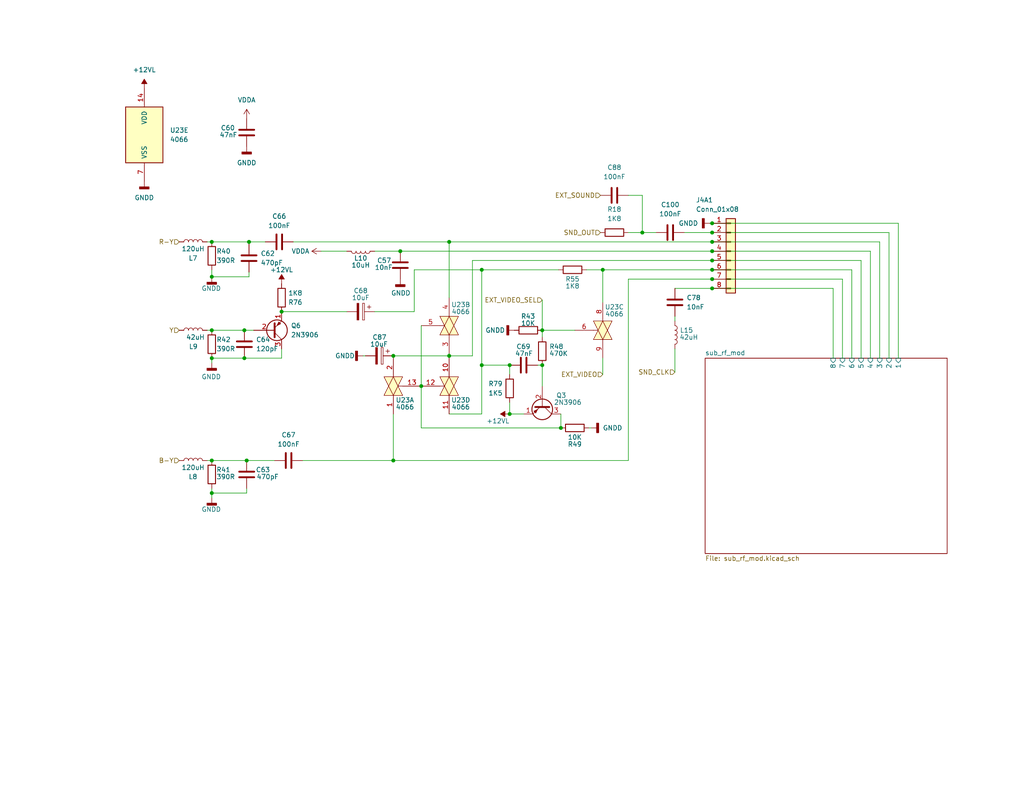
<source format=kicad_sch>
(kicad_sch (version 20211123) (generator eeschema)
  (paper "USLetter")
  (title_block (title "Reverse Engineer Colecovision") (date "2023-03-14") (rev "DEV") (company "sparkletron") (comment 1 "Jay Convertino") (comment 2 "MIT LICENSE"))
  (lib_symbols
    (symbol "4xxx:4066" (pin_names (offset 1.016))
      (property "Reference" "U" (at -7.62 8.89 0))
      (property "Value" "4066" (at -7.62 -8.89 0))
      (symbol "4066_1_0"
        (polyline (pts (xy 0 1.27) (xy 0 2.54)) (stroke (width 0.1524)))
        (polyline (pts (xy -2.54 0) (xy 2.54 2.54) (xy 2.54 -2.54) (xy -2.54 0)) (fill (type background)))
        (polyline (pts (xy -2.54 2.54) (xy 2.54 0) (xy -2.54 -2.54) (xy -2.54 2.54)) (fill (type background)))
        (pin passive line (at -7.62 0 0) (length 5.08) (name "~") (number "1"))
        (pin input line (at 0 7.62 270) (length 5.08) (name "~") (number "13"))
        (pin passive line (at 7.62 0 180) (length 5.08) (name "~") (number "2"))
      )
      (symbol "4066_2_0"
        (polyline (pts (xy 0 1.27) (xy 0 2.54)) (stroke (width 0.1524)))
        (polyline (pts (xy -2.54 0) (xy 2.54 2.54) (xy 2.54 -2.54) (xy -2.54 0)) (fill (type background)))
        (polyline (pts (xy -2.54 2.54) (xy 2.54 0) (xy -2.54 -2.54) (xy -2.54 2.54)) (fill (type background)))
        (pin passive line (at 7.62 0 180) (length 5.08) (name "~") (number "3"))
        (pin passive line (at -7.62 0 0) (length 5.08) (name "~") (number "4"))
        (pin input line (at 0 7.62 270) (length 5.08) (name "~") (number "5"))
      )
      (symbol "4066_3_0"
        (polyline (pts (xy 0 1.27) (xy 0 2.54)) (stroke (width 0.1524)))
        (polyline (pts (xy -2.54 0) (xy 2.54 2.54) (xy 2.54 -2.54) (xy -2.54 0)) (fill (type background)))
        (polyline (pts (xy -2.54 2.54) (xy 2.54 0) (xy -2.54 -2.54) (xy -2.54 2.54)) (fill (type background)))
        (pin input line (at 0 7.62 270) (length 5.08) (name "~") (number "6"))
        (pin passive line (at -7.62 0 0) (length 5.08) (name "~") (number "8"))
        (pin passive line (at 7.62 0 180) (length 5.08) (name "~") (number "9"))
      )
      (symbol "4066_4_0"
        (polyline (pts (xy 0 1.27) (xy 0 2.54)) (stroke (width 0.1524)))
        (polyline (pts (xy -2.54 0) (xy 2.54 2.54) (xy 2.54 -2.54) (xy -2.54 0)) (fill (type background)))
        (polyline (pts (xy -2.54 2.54) (xy 2.54 0) (xy -2.54 -2.54) (xy -2.54 2.54)) (fill (type background)))
        (pin passive line (at 7.62 0 180) (length 5.08) (name "~") (number "10"))
        (pin passive line (at -7.62 0 0) (length 5.08) (name "~") (number "11"))
        (pin input line (at 0 7.62 270) (length 5.08) (name "~") (number "12"))
      )
      (symbol "4066_5_0"
        (pin power_in line (at 0 12.7 270) (length 5.08) (name "VDD") (number "14"))
        (pin power_in line (at 0 -12.7 90) (length 5.08) (name "VSS") (number "7"))
      )
      (symbol "4066_5_1"
        (rectangle (start -5.08 7.62) (end 5.08 -7.62) (stroke (width 0.254)) (fill (type background)))
      )
    )
    (symbol "Connector_Generic:Conn_01x08" (pin_names (offset 1.016) hide)
      (property "Reference" "J" (at 0 10.16 0))
      (property "Value" "Conn_01x08" (at 0 -12.7 0))
      (symbol "Conn_01x08_1_1"
        (rectangle (start -1.27 -10.033) (end 0 -10.287) (stroke (width 0.1524)))
        (rectangle (start -1.27 -7.493) (end 0 -7.747) (stroke (width 0.1524)))
        (rectangle (start -1.27 -4.953) (end 0 -5.207) (stroke (width 0.1524)))
        (rectangle (start -1.27 -2.413) (end 0 -2.667) (stroke (width 0.1524)))
        (rectangle (start -1.27 0.127) (end 0 -0.127) (stroke (width 0.1524)))
        (rectangle (start -1.27 2.667) (end 0 2.413) (stroke (width 0.1524)))
        (rectangle (start -1.27 5.207) (end 0 4.953) (stroke (width 0.1524)))
        (rectangle (start -1.27 7.747) (end 0 7.493) (stroke (width 0.1524)))
        (rectangle (start -1.27 8.89) (end 1.27 -11.43) (stroke (width 0.254)) (fill (type background)))
        (pin passive line (at -5.08 7.62 0) (length 3.81) (name "Pin_1") (number "1"))
        (pin passive line (at -5.08 5.08 0) (length 3.81) (name "Pin_2") (number "2"))
        (pin passive line (at -5.08 2.54 0) (length 3.81) (name "Pin_3") (number "3"))
        (pin passive line (at -5.08 0 0) (length 3.81) (name "Pin_4") (number "4"))
        (pin passive line (at -5.08 -2.54 0) (length 3.81) (name "Pin_5") (number "5"))
        (pin passive line (at -5.08 -5.08 0) (length 3.81) (name "Pin_6") (number "6"))
        (pin passive line (at -5.08 -7.62 0) (length 3.81) (name "Pin_7") (number "7"))
        (pin passive line (at -5.08 -10.16 0) (length 3.81) (name "Pin_8") (number "8"))
      )
    )
    (symbol "Device:C" (pin_numbers hide) (pin_names (offset 0.254))
      (property "Reference" "C" (at 0.635 2.54 0))
      (property "Value" "C" (at 0.635 -2.54 0))
      (symbol "C_0_1"
        (polyline (pts (xy -2.032 -0.762) (xy 2.032 -0.762)) (stroke (width 0.508)))
        (polyline (pts (xy -2.032 0.762) (xy 2.032 0.762)) (stroke (width 0.508)))
      )
      (symbol "C_1_1"
        (pin passive line (at 0 3.81 270) (length 2.794) (name "~") (number "1"))
        (pin passive line (at 0 -3.81 90) (length 2.794) (name "~") (number "2"))
      )
    )
    (symbol "Device:C_Polarized" (pin_numbers hide) (pin_names (offset 0.254))
      (property "Reference" "C" (at 0.635 2.54 0))
      (property "Value" "C_Polarized" (at 0.635 -2.54 0))
      (symbol "C_Polarized_0_1"
        (rectangle (start -2.286 0.508) (end 2.286 1.016))
        (polyline (pts (xy -1.778 2.286) (xy -0.762 2.286)))
        (polyline (pts (xy -1.27 2.794) (xy -1.27 1.778)))
        (rectangle (start 2.286 -0.508) (end -2.286 -1.016) (fill (type outline)))
      )
      (symbol "C_Polarized_1_1"
        (pin passive line (at 0 3.81 270) (length 2.794) (name "~") (number "1"))
        (pin passive line (at 0 -3.81 90) (length 2.794) (name "~") (number "2"))
      )
    )
    (symbol "Device:L" (pin_numbers hide) (pin_names (offset 1.016) hide)
      (property "Reference" "L" (at -1.27 0 90))
      (property "Value" "L" (at 1.905 0 90))
      (symbol "L_0_1"
        (arc (start 0 -2.54) (mid 0.635 -1.905) (end 0 -1.27))
        (arc (start 0 -1.27) (mid 0.635 -0.635) (end 0 0))
        (arc (start 0 0) (mid 0.635 0.635) (end 0 1.27))
        (arc (start 0 1.27) (mid 0.635 1.905) (end 0 2.54))
      )
      (symbol "L_1_1"
        (pin passive line (at 0 3.81 270) (length 1.27) (name "1") (number "1"))
        (pin passive line (at 0 -3.81 90) (length 1.27) (name "2") (number "2"))
      )
    )
    (symbol "Device:R" (pin_numbers hide) (pin_names (offset 0))
      (property "Reference" "R" (at 2.032 0 90))
      (property "Value" "R" (at 0 0 90))
      (symbol "R_0_1"
        (rectangle (start -1.016 -2.54) (end 1.016 2.54) (stroke (width 0.254)))
      )
      (symbol "R_1_1"
        (pin passive line (at 0 3.81 270) (length 1.27) (name "~") (number "1"))
        (pin passive line (at 0 -3.81 90) (length 1.27) (name "~") (number "2"))
      )
    )
    (symbol "Power_Symbols:+12VL" (power) (pin_names (offset 0))
      (property "Value" "+12VL" (at 0 3.81 0))
      (symbol "+12VL_0_0"
        (pin power_in line (at 0 0 90) (length 0) hide (name "+12VL") (number "1"))
      )
      (symbol "+12VL_0_1"
        (polyline (pts (xy 0 0) (xy 0 1.27) (xy 0.762 1.27) (xy 0 2.54) (xy -0.762 1.27) (xy 0 1.27)) (fill (type outline)))
      )
    )
    (symbol "Transistor_BJT:2N3906" (pin_names (offset 0) hide)
      (property "Reference" "Q" (at 5.08 1.905 0))
      (property "Value" "2N3906" (at 5.08 0 0))
      (symbol "2N3906_0_1"
        (polyline (pts (xy 0.635 0.635) (xy 2.54 2.54)))
        (polyline (pts (xy 0.635 -0.635) (xy 2.54 -2.54) (xy 2.54 -2.54)))
        (polyline (pts (xy 0.635 1.905) (xy 0.635 -1.905) (xy 0.635 -1.905)) (stroke (width 0.508)))
        (polyline (pts (xy 2.286 -1.778) (xy 1.778 -2.286) (xy 1.27 -1.27) (xy 2.286 -1.778) (xy 2.286 -1.778)) (fill (type outline)))
        (circle (center 1.27 0) (radius 2.8194) (stroke (width 0.254)))
      )
      (symbol "2N3906_1_1"
        (pin passive line (at 2.54 -5.08 90) (length 2.54) (name "E") (number "1"))
        (pin input line (at -5.08 0 0) (length 5.715) (name "B") (number "2"))
        (pin passive line (at 2.54 5.08 270) (length 2.54) (name "C") (number "3"))
      )
    )
    (symbol "power:GNDD" (power) (pin_names (offset 0))
      (property "Value" "GNDD" (at 0 -3.175 0))
      (symbol "GNDD_0_1"
        (rectangle (start -1.27 -1.524) (end 1.27 -2.032) (stroke (width 0.254)) (fill (type outline)))
        (polyline (pts (xy 0 0) (xy 0 -1.524)))
      )
      (symbol "GNDD_1_1"
        (pin power_in line (at 0 0 270) (length 0) hide (name "GNDD") (number "1"))
      )
    )
    (symbol "power:VDDA" (power) (pin_names (offset 0))
      (property "Value" "VDDA" (at 0 3.81 0))
      (symbol "VDDA_0_1"
        (polyline (pts (xy -0.762 1.27) (xy 0 2.54)))
        (polyline (pts (xy 0 0) (xy 0 2.54)))
        (polyline (pts (xy 0 2.54) (xy 0.762 1.27)))
      )
      (symbol "VDDA_1_1"
        (pin power_in line (at 0 0 90) (length 0) hide (name "VDDA") (number "1"))
      )
    )
  )
  (junction (at 147.955 99.695))
  (junction (at 194.31 60.96))
  (junction (at 57.785 125.73))
  (junction (at 194.31 73.66))
  (junction (at 57.785 134.62))
  (junction (at 66.675 97.79))
  (junction (at 107.315 125.73))
  (junction (at 194.31 76.2))
  (junction (at 76.835 85.09))
  (junction (at 57.785 66.04))
  (junction (at 164.465 73.66))
  (junction (at 194.31 66.04))
  (junction (at 66.675 90.17))
  (junction (at 153.035 116.84))
  (junction (at 194.31 68.58))
  (junction (at 67.945 66.04))
  (junction (at 67.31 125.73))
  (junction (at 114.935 105.41))
  (junction (at 122.555 66.04))
  (junction (at 57.785 97.79))
  (junction (at 122.555 97.155))
  (junction (at 57.785 90.17))
  (junction (at 131.445 73.66))
  (junction (at 109.22 68.58))
  (junction (at 139.065 113.03))
  (junction (at 131.445 99.695))
  (junction (at 139.065 99.695))
  (junction (at 194.31 63.5))
  (junction (at 147.955 90.17))
  (junction (at 57.785 75.565))
  (junction (at 194.31 71.12))
  (junction (at 107.315 97.155))
  (junction (at 194.31 78.74))
  (junction (at 175.26 63.5))
  (wire (pts (xy 147.955 90.17) (xy 147.955 92.075)))
  (wire (pts (xy 122.555 97.155) (xy 107.315 97.155)))
  (wire (pts (xy 237.49 68.58) (xy 237.49 97.79)))
  (wire (pts (xy 102.235 68.58) (xy 109.22 68.58)))
  (wire (pts (xy 113.03 85.09) (xy 102.235 85.09)))
  (wire (pts (xy 184.15 87.63) (xy 184.15 86.36)))
  (wire (pts (xy 67.31 134.62) (xy 57.785 134.62)))
  (wire (pts (xy 147.955 81.915) (xy 147.955 90.17)))
  (wire (pts (xy 107.315 125.73) (xy 171.45 125.73)))
  (wire (pts (xy 114.935 116.84) (xy 153.035 116.84)))
  (wire (pts (xy 194.31 71.12) (xy 234.95 71.12)))
  (wire (pts (xy 56.515 125.73) (xy 57.785 125.73)))
  (wire (pts (xy 56.515 90.17) (xy 57.785 90.17)))
  (wire (pts (xy 87.63 68.58) (xy 94.615 68.58)))
  (wire (pts (xy 57.785 125.73) (xy 67.31 125.73)))
  (wire (pts (xy 113.03 73.66) (xy 113.03 85.09)))
  (wire (pts (xy 107.315 97.155) (xy 107.315 97.79)))
  (wire (pts (xy 171.45 125.73) (xy 171.45 76.2)))
  (wire (pts (xy 128.905 97.155) (xy 122.555 97.155)))
  (wire (pts (xy 164.465 102.235) (xy 164.465 97.79)))
  (wire (pts (xy 67.945 66.04) (xy 57.785 66.04)))
  (wire (pts (xy 122.555 96.52) (xy 122.555 97.155)))
  (wire (pts (xy 57.785 75.565) (xy 67.945 75.565)))
  (wire (pts (xy 171.45 53.34) (xy 175.26 53.34)))
  (wire (pts (xy 80.01 66.04) (xy 122.555 66.04)))
  (wire (pts (xy 57.785 97.79) (xy 66.675 97.79)))
  (wire (pts (xy 240.03 97.79) (xy 240.03 66.04)))
  (wire (pts (xy 160.02 73.66) (xy 164.465 73.66)))
  (wire (pts (xy 114.935 105.41) (xy 114.935 88.9)))
  (wire (pts (xy 160.655 116.84) (xy 161.29 116.84)))
  (wire (pts (xy 67.945 74.295) (xy 67.945 75.565)))
  (wire (pts (xy 164.465 73.66) (xy 194.31 73.66)))
  (wire (pts (xy 164.465 73.66) (xy 164.465 82.55)))
  (wire (pts (xy 139.065 113.03) (xy 142.875 113.03)))
  (wire (pts (xy 242.57 63.5) (xy 242.57 97.79)))
  (wire (pts (xy 107.315 113.03) (xy 107.315 125.73)))
  (wire (pts (xy 194.31 60.96) (xy 245.11 60.96)))
  (wire (pts (xy 57.785 90.17) (xy 66.675 90.17)))
  (wire (pts (xy 128.905 71.12) (xy 128.905 97.155)))
  (wire (pts (xy 128.905 71.12) (xy 194.31 71.12)))
  (wire (pts (xy 232.41 73.66) (xy 232.41 97.79)))
  (wire (pts (xy 131.445 73.66) (xy 131.445 99.695)))
  (wire (pts (xy 109.22 68.58) (xy 194.31 68.58)))
  (wire (pts (xy 57.785 135.89) (xy 57.785 134.62)))
  (wire (pts (xy 153.035 116.84) (xy 153.035 113.03)))
  (wire (pts (xy 67.31 125.73) (xy 74.93 125.73)))
  (wire (pts (xy 147.955 99.695) (xy 147.955 105.41)))
  (wire (pts (xy 171.45 63.5) (xy 175.26 63.5)))
  (wire (pts (xy 175.26 63.5) (xy 179.07 63.5)))
  (wire (pts (xy 194.31 63.5) (xy 242.57 63.5)))
  (wire (pts (xy 114.935 105.41) (xy 114.935 116.84)))
  (wire (pts (xy 57.785 75.565) (xy 57.785 73.66)))
  (wire (pts (xy 122.555 113.03) (xy 131.445 113.03)))
  (wire (pts (xy 122.555 66.04) (xy 194.31 66.04)))
  (wire (pts (xy 113.03 73.66) (xy 131.445 73.66)))
  (wire (pts (xy 227.33 78.74) (xy 227.33 97.79)))
  (wire (pts (xy 66.675 90.17) (xy 69.215 90.17)))
  (wire (pts (xy 193.675 60.96) (xy 194.31 60.96)))
  (wire (pts (xy 76.835 85.09) (xy 94.615 85.09)))
  (wire (pts (xy 76.835 97.79) (xy 76.835 95.25)))
  (wire (pts (xy 122.555 66.04) (xy 122.555 81.28)))
  (wire (pts (xy 57.785 99.06) (xy 57.785 97.79)))
  (wire (pts (xy 194.31 68.58) (xy 237.49 68.58)))
  (wire (pts (xy 194.31 76.2) (xy 229.87 76.2)))
  (wire (pts (xy 67.31 133.35) (xy 67.31 134.62)))
  (wire (pts (xy 82.55 125.73) (xy 107.315 125.73)))
  (wire (pts (xy 184.15 95.25) (xy 184.15 101.6)))
  (wire (pts (xy 99.695 97.155) (xy 99.06 97.155)))
  (wire (pts (xy 67.945 66.675) (xy 67.945 66.04)))
  (wire (pts (xy 175.26 53.34) (xy 175.26 63.5)))
  (wire (pts (xy 194.31 66.04) (xy 240.03 66.04)))
  (wire (pts (xy 131.445 113.03) (xy 131.445 99.695)))
  (wire (pts (xy 131.445 99.695) (xy 139.065 99.695)))
  (wire (pts (xy 229.87 97.79) (xy 229.87 76.2)))
  (wire (pts (xy 139.065 102.235) (xy 139.065 99.695)))
  (wire (pts (xy 234.95 97.79) (xy 234.95 71.12)))
  (wire (pts (xy 122.555 97.155) (xy 122.555 97.79)))
  (wire (pts (xy 66.675 97.79) (xy 76.835 97.79)))
  (wire (pts (xy 139.065 109.855) (xy 139.065 113.03)))
  (wire (pts (xy 245.11 97.79) (xy 245.11 60.96)))
  (wire (pts (xy 184.15 78.74) (xy 194.31 78.74)))
  (wire (pts (xy 57.785 134.62) (xy 57.785 133.35)))
  (wire (pts (xy 186.69 63.5) (xy 194.31 63.5)))
  (wire (pts (xy 147.955 90.17) (xy 156.845 90.17)))
  (wire (pts (xy 56.515 66.04) (xy 57.785 66.04)))
  (wire (pts (xy 131.445 73.66) (xy 152.4 73.66)))
  (wire (pts (xy 146.685 99.695) (xy 147.955 99.695)))
  (wire (pts (xy 194.31 73.66) (xy 232.41 73.66)))
  (wire (pts (xy 194.31 76.2) (xy 171.45 76.2)))
  (wire (pts (xy 194.31 78.74) (xy 227.33 78.74)))
  (wire (pts (xy 67.945 66.04) (xy 72.39 66.04)))
  (hierarchical_label "R-Y" (shape input) (at 48.895 66.04 180))
  (hierarchical_label "EXT_SOUND" (shape input) (at 163.83 53.34 180))
  (hierarchical_label "SND_OUT" (shape input) (at 163.83 63.5 180))
  (hierarchical_label "SND_CLK" (shape input) (at 184.15 101.6 180))
  (hierarchical_label "Y" (shape input) (at 48.895 90.17 180))
  (hierarchical_label "EXT_VIDEO" (shape input) (at 164.465 102.235 180))
  (hierarchical_label "B-Y" (shape input) (at 48.895 125.73 180))
  (hierarchical_label "EXT_VIDEO_SEL" (shape input) (at 147.955 81.915 180))
  (symbol (lib_id "Device:R") (at 147.955 95.885 180) (unit 1)
    (property "Reference" "R48" (at 149.86 94.6149 0) (effects (justify right)))
    (property "Value" "470K" (at 149.86 96.52 0) (effects (justify right)))
    (property "Footprint" "Resistor_THT:R_Axial_DIN0207_L6.3mm_D2.5mm_P10.16mm_Horizontal" (effects hide))
  )
  (symbol (lib_id "Device:R") (at 57.785 93.98 0) (unit 1)
    (property "Reference" "R42" (at 59.055 92.71 0) (effects (justify left)))
    (property "Value" "390R" (at 59.055 95.25 0) (effects (justify left)))
    (property "Footprint" "Resistor_THT:R_Axial_DIN0207_L6.3mm_D2.5mm_P10.16mm_Horizontal" (effects hide))
  )
  (symbol (lib_id "Device:R") (at 57.785 69.85 0) (unit 1)
    (property "Reference" "R40" (at 59.055 68.58 0) (effects (justify left)))
    (property "Value" "390R" (at 59.055 71.12 0) (effects (justify left)))
    (property "Footprint" "Resistor_THT:R_Axial_DIN0207_L6.3mm_D2.5mm_P10.16mm_Horizontal" (effects hide))
  )
  (symbol (lib_id "Device:R") (at 76.835 81.28 180) (unit 1)
    (property "Reference" "R76" (at 82.55 82.55 0) (effects (justify left)))
    (property "Value" "1K8" (at 82.55 80.01 0) (effects (justify left)))
    (property "Footprint" "Resistor_THT:R_Axial_DIN0207_L6.3mm_D2.5mm_P10.16mm_Horizontal" (effects hide))
  )
  (symbol (lib_id "Device:L") (at 52.705 125.73 270) (mirror x) (unit 1)
    (property "Reference" "L8" (at 51.435 130.175 90) (effects (justify left)))
    (property "Value" "120uH" (at 49.53 127.635 90) (effects (justify left)))
    (property "Footprint" "Inductor_THT:L_Axial_L11.0mm_D4.5mm_P7.62mm_Vertical_Fastron_MECC" (effects hide))
  )
  (symbol (lib_id "Device:C") (at 67.31 129.54 0) (unit 1)
    (property "Reference" "C63" (at 71.755 128.27 0))
    (property "Value" "470pF" (at 73.025 130.175 0))
    (property "Footprint" "Capacitor_THT:C_Disc_D7.0mm_W2.5mm_P5.00mm" (effects hide))
  )
  (symbol (lib_id "power:GNDD") (at 57.785 99.06 0) (unit 1)
    (property "Reference" "#PWR0237" (effects hide))
    (property "Value" "GNDD" (at 60.325 102.87 0) (effects (justify right)))
  )
  (symbol (lib_id "Device:L") (at 184.15 91.44 0) (unit 1)
    (property "Reference" "L15" (at 187.325 90.17 0))
    (property "Value" "42uH" (at 187.96 92.075 0))
    (property "Footprint" "Inductor_THT:L_Axial_L11.0mm_D4.5mm_P7.62mm_Vertical_Fastron_MECC" (effects hide))
  )
  (symbol (lib_id "Device:C") (at 76.2 66.04 270) (unit 1)
    (property "Reference" "C66" (at 76.2 59.055 90))
    (property "Value" "100nF" (at 76.2 61.595 90))
    (property "Footprint" "Capacitor_THT:C_Disc_D7.0mm_W2.5mm_P5.00mm" (effects hide))
  )
  (symbol (lib_id "4xxx:4066") (at 39.37 36.83 0) (unit 5)
    (property "Reference" "U23" (at 46.355 35.5599 0) (effects (justify left)))
    (property "Value" "4066" (at 46.355 38.0999 0) (effects (justify left)))
    (property "Footprint" "Package_DIP:DIP-14_W7.62mm_LongPads" (effects hide))
    (property "Datasheet" "http://www.ti.com/lit/ds/symlink/cd4066b.pdf" (effects hide))
  )
  (symbol (lib_id "power:GNDD") (at 109.22 76.2 0) (unit 1)
    (property "Reference" "#PWR0234" (effects hide))
    (property "Value" "GNDD" (at 106.68 80.01 0) (effects (justify left)))
  )
  (symbol (lib_id "Power_Symbols:+12VL") (at 39.37 24.13 0) (unit 1)
    (property "Reference" "#PWR0275" (effects hide))
    (property "Value" "+12VL" (at 39.37 19.05 0))
  )
  (symbol (lib_id "4xxx:4066") (at 164.465 90.17 90) (mirror x) (unit 3)
    (property "Reference" "U23" (at 167.64 83.82 90))
    (property "Value" "4066" (at 167.64 85.725 90))
    (property "Footprint" "Package_DIP:DIP-14_W7.62mm_LongPads" (effects hide))
    (property "Datasheet" "http://www.ti.com/lit/ds/symlink/cd4066b.pdf" (effects hide))
  )
  (symbol (lib_id "Device:C") (at 184.15 82.55 0) (unit 1)
    (property "Reference" "C78" (at 187.325 81.2799 0) (effects (justify left)))
    (property "Value" "10nF" (at 187.325 83.8199 0) (effects (justify left)))
    (property "Footprint" "Capacitor_THT:C_Disc_D7.0mm_W2.5mm_P5.00mm" (effects hide))
  )
  (symbol (lib_id "power:VDDA") (at 67.31 32.385 0) (unit 1)
    (property "Reference" "#PWR0267" (effects hide))
    (property "Value" "VDDA" (at 67.31 27.305 0))
  )
  (symbol (lib_id "4xxx:4066") (at 107.315 105.41 270) (mirror x) (unit 1)
    (property "Reference" "U23" (at 110.49 109.22 90))
    (property "Value" "4066" (at 110.49 111.125 90))
    (property "Footprint" "Package_DIP:DIP-14_W7.62mm_LongPads" (effects hide))
    (property "Datasheet" "http://www.ti.com/lit/ds/symlink/cd4066b.pdf" (effects hide))
  )
  (symbol (lib_id "Device:R") (at 144.145 90.17 90) (unit 1)
    (property "Reference" "R43" (at 146.05 86.36 90) (effects (justify left)))
    (property "Value" "10K" (at 146.05 88.265 90) (effects (justify left)))
    (property "Footprint" "Resistor_THT:R_Axial_DIN0207_L6.3mm_D2.5mm_P10.16mm_Horizontal" (effects hide))
  )
  (symbol (lib_id "power:GNDD") (at 161.29 116.84 90) (unit 1)
    (property "Reference" "#PWR0235" (effects hide))
    (property "Value" "GNDD" (at 164.465 116.84 90) (effects (justify right)))
  )
  (symbol (lib_id "power:GNDD") (at 193.675 60.96 270) (unit 1)
    (property "Reference" "#PWR0236" (effects hide))
    (property "Value" "GNDD" (at 190.5 60.9599 90) (effects (justify right)))
  )
  (symbol (lib_id "Device:R") (at 156.21 73.66 270) (unit 1)
    (property "Reference" "R55" (at 156.21 76.2 90))
    (property "Value" "1K8" (at 156.21 78.105 90))
    (property "Footprint" "Resistor_THT:R_Axial_DIN0207_L6.3mm_D2.5mm_P10.16mm_Horizontal" (effects hide))
  )
  (symbol (lib_id "4xxx:4066") (at 122.555 88.9 90) (mirror x) (unit 2)
    (property "Reference" "U23" (at 125.73 83.185 90))
    (property "Value" "4066" (at 125.73 85.09 90))
    (property "Footprint" "Package_DIP:DIP-14_W7.62mm_LongPads" (effects hide))
    (property "Datasheet" "http://www.ti.com/lit/ds/symlink/cd4066b.pdf" (effects hide))
  )
  (symbol (lib_id "Device:C_Polarized") (at 98.425 85.09 270) (unit 1)
    (property "Reference" "C68" (at 98.425 79.375 90))
    (property "Value" "10uF" (at 98.425 81.28 90))
    (property "Footprint" "Capacitor_THT:CP_Radial_D8.0mm_P5.00mm" (effects hide))
  )
  (symbol (lib_id "Device:L") (at 98.425 68.58 270) (unit 1)
    (property "Reference" "L10" (at 98.425 70.485 90))
    (property "Value" "10uH" (at 98.425 72.39 90))
    (property "Footprint" "Inductor_THT:L_Axial_L11.0mm_D4.5mm_P7.62mm_Vertical_Fastron_MECC" (effects hide))
  )
  (symbol (lib_id "Device:C") (at 78.74 125.73 90) (unit 1)
    (property "Reference" "C67" (at 78.74 118.745 90))
    (property "Value" "100nF" (at 78.74 121.285 90))
    (property "Footprint" "Capacitor_THT:C_Disc_D7.0mm_W2.5mm_P5.00mm" (effects hide))
  )
  (symbol (lib_id "Device:C") (at 109.22 72.39 0) (mirror y) (unit 1)
    (property "Reference" "C57" (at 102.87 71.12 0) (effects (justify right)))
    (property "Value" "10nF" (at 102.235 73.025 0) (effects (justify right)))
    (property "Footprint" "Capacitor_THT:C_Disc_D7.0mm_W2.5mm_P5.00mm" (effects hide))
  )
  (symbol (lib_id "power:GNDD") (at 140.335 90.17 270) (unit 1)
    (property "Reference" "#PWR0239" (effects hide))
    (property "Value" "GNDD" (at 137.795 90.17 90) (effects (justify right)))
  )
  (symbol (lib_id "Device:R") (at 167.64 63.5 270) (mirror x) (unit 1)
    (property "Reference" "R18" (at 167.64 57.15 90))
    (property "Value" "1K8" (at 167.64 59.69 90))
    (property "Footprint" "Resistor_THT:R_Axial_DIN0207_L6.3mm_D2.5mm_P10.16mm_Horizontal" (effects hide))
  )
  (symbol (lib_id "Device:C") (at 66.675 93.98 0) (unit 1)
    (property "Reference" "C64" (at 69.85 92.7099 0) (effects (justify left)))
    (property "Value" "120pF" (at 69.85 95.2499 0) (effects (justify left)))
    (property "Footprint" "Capacitor_THT:C_Disc_D7.0mm_W2.5mm_P5.00mm" (effects hide))
  )
  (symbol (lib_id "power:GNDD") (at 99.06 97.155 270) (unit 1)
    (property "Reference" "#PWR0233" (effects hide))
    (property "Value" "GNDD" (at 91.44 97.155 90) (effects (justify left)))
  )
  (symbol (lib_id "Device:C") (at 67.31 36.195 0) (unit 1)
    (property "Reference" "C60" (at 64.135 34.925 0) (effects (justify right)))
    (property "Value" "47nF" (at 64.77 36.83 0) (effects (justify right)))
    (property "Footprint" "Capacitor_THT:C_Disc_D7.0mm_W2.5mm_P5.00mm" (effects hide))
  )
  (symbol (lib_id "power:VDDA") (at 87.63 68.58 90) (unit 1)
    (property "Reference" "#PWR0240" (effects hide))
    (property "Value" "VDDA" (at 84.455 68.5799 90) (effects (justify left)))
  )
  (symbol (lib_id "Device:L") (at 52.705 90.17 90) (unit 1)
    (property "Reference" "L9" (at 53.975 94.615 90) (effects (justify left)))
    (property "Value" "42uH" (at 55.88 92.075 90) (effects (justify left)))
    (property "Footprint" "Inductor_THT:L_Axial_L11.0mm_D4.5mm_P7.62mm_Vertical_Fastron_MECC" (effects hide))
  )
  (symbol (lib_id "Device:R") (at 139.065 106.045 0) (mirror x) (unit 1)
    (property "Reference" "R79" (at 137.16 104.775 0) (effects (justify right)))
    (property "Value" "1K5" (at 137.16 107.315 0) (effects (justify right)))
    (property "Footprint" "Resistor_THT:R_Axial_DIN0207_L6.3mm_D2.5mm_P10.16mm_Horizontal" (effects hide))
  )
  (symbol (lib_id "Device:L") (at 52.705 66.04 270) (mirror x) (unit 1)
    (property "Reference" "L7" (at 51.435 70.485 90) (effects (justify left)))
    (property "Value" "120uH" (at 49.53 67.945 90) (effects (justify left)))
    (property "Footprint" "Inductor_THT:L_Axial_L11.0mm_D4.5mm_P7.62mm_Vertical_Fastron_MECC" (effects hide))
  )
  (symbol (lib_id "Device:C_Polarized") (at 103.505 97.155 270) (unit 1)
    (property "Reference" "C87" (at 101.6 92.075 90) (effects (justify left)))
    (property "Value" "10uF" (at 100.965 93.98 90) (effects (justify left)))
    (property "Footprint" "Capacitor_THT:CP_Radial_D8.0mm_P5.00mm" (effects hide))
  )
  (symbol (lib_id "Power_Symbols:+12VL") (at 76.835 77.47 0) (unit 1)
    (property "Reference" "#PWR0276" (effects hide))
    (property "Value" "+12VL" (at 76.835 73.66 0))
  )
  (symbol (lib_id "Transistor_BJT:2N3906") (at 147.955 110.49 270) (unit 1)
    (property "Reference" "Q3" (at 151.765 107.95 90) (effects (justify left)))
    (property "Value" "2N3906" (at 151.13 109.855 90) (effects (justify left)))
    (property "Footprint" "Package_TO_SOT_THT:TO-92_Wide" (effects hide))
    (property "Datasheet" "https://www.onsemi.com/pub/Collateral/2N3906-D.PDF" (effects hide))
  )
  (symbol (lib_id "power:GNDD") (at 39.37 49.53 0) (unit 1)
    (property "Reference" "#PWR0242" (effects hide))
    (property "Value" "GNDD" (at 39.37 53.975 0))
  )
  (symbol (lib_id "Power_Symbols:+12VL") (at 139.065 113.03 90) (unit 1)
    (property "Reference" "#PWR0241" (effects hide))
    (property "Value" "+12VL" (at 132.715 114.935 90) (effects (justify right)))
  )
  (symbol (lib_id "power:GNDD") (at 67.31 40.005 0) (unit 1)
    (property "Reference" "#PWR0266" (effects hide))
    (property "Value" "GNDD" (at 67.31 44.45 0))
  )
  (symbol (lib_id "power:GNDD") (at 57.785 75.565 0) (unit 1)
    (property "Reference" "#PWR0243" (effects hide))
    (property "Value" "GNDD" (at 60.325 78.74 0) (effects (justify right)))
  )
  (symbol (lib_id "Device:C") (at 167.64 53.34 90) (unit 1)
    (property "Reference" "C88" (at 167.64 45.72 90))
    (property "Value" "100nF" (at 167.64 48.26 90))
    (property "Footprint" "Capacitor_THT:C_Disc_D7.0mm_W2.5mm_P5.00mm" (effects hide))
  )
  (symbol (lib_id "Device:R") (at 156.845 116.84 90) (unit 1)
    (property "Reference" "R49" (at 156.845 121.285 90))
    (property "Value" "10K" (at 156.845 119.38 90))
    (property "Footprint" "Resistor_THT:R_Axial_DIN0207_L6.3mm_D2.5mm_P10.16mm_Horizontal" (effects hide))
  )
  (symbol (lib_id "Connector_Generic:Conn_01x08") (at 199.39 68.58 0) (unit 1)
    (property "Reference" "J4A1" (at 189.865 54.61 0) (effects (justify left)))
    (property "Value" "Conn_01x08" (at 189.865 57.15 0) (effects (justify left)))
    (property "Footprint" "Connector_PinHeader_2.54mm:PinHeader_1x08_P2.54mm_Vertical" (effects hide))
  )
  (symbol (lib_id "Device:C") (at 67.945 70.485 0) (unit 1)
    (property "Reference" "C62" (at 71.12 69.2149 0) (effects (justify left)))
    (property "Value" "470pF" (at 71.12 71.7549 0) (effects (justify left)))
    (property "Footprint" "Capacitor_THT:C_Disc_D7.0mm_W2.5mm_P5.00mm" (effects hide))
  )
  (symbol (lib_id "4xxx:4066") (at 122.555 105.41 90) (unit 4)
    (property "Reference" "U23" (at 125.73 109.22 90))
    (property "Value" "4066" (at 125.73 111.125 90))
    (property "Footprint" "Package_DIP:DIP-14_W7.62mm_LongPads" (effects hide))
    (property "Datasheet" "http://www.ti.com/lit/ds/symlink/cd4066b.pdf" (effects hide))
  )
  (symbol (lib_id "Transistor_BJT:2N3906") (at 74.295 90.17 0) (mirror x) (unit 1)
    (property "Reference" "Q6" (at 79.375 88.8999 0) (effects (justify left)))
    (property "Value" "2N3906" (at 79.375 91.4399 0) (effects (justify left)))
    (property "Footprint" "Package_TO_SOT_THT:TO-92_Wide" (effects hide))
    (property "Datasheet" "https://www.onsemi.com/pub/Collateral/2N3906-D.PDF" (effects hide))
  )
  (symbol (lib_id "power:GNDD") (at 57.785 135.89 0) (unit 1)
    (property "Reference" "#PWR0238" (effects hide))
    (property "Value" "GNDD" (at 60.325 139.065 0) (effects (justify right)))
  )
  (symbol (lib_id "Device:C") (at 142.875 99.695 270) (unit 1)
    (property "Reference" "C69" (at 144.78 94.615 90) (effects (justify right)))
    (property "Value" "47nF" (at 145.415 96.52 90) (effects (justify right)))
    (property "Footprint" "Capacitor_THT:C_Disc_D7.0mm_W2.5mm_P5.00mm" (effects hide))
  )
  (symbol (lib_id "Device:C") (at 182.88 63.5 90) (unit 1)
    (property "Reference" "C100" (at 182.88 55.88 90))
    (property "Value" "100nF" (at 182.88 58.42 90))
    (property "Footprint" "Capacitor_THT:C_Disc_D7.0mm_W2.5mm_P5.00mm" (effects hide))
  )
  (symbol (lib_id "Device:R") (at 57.785 129.54 0) (unit 1)
    (property "Reference" "R41" (at 60.96 128.27 0))
    (property "Value" "390R" (at 61.595 130.175 0))
    (property "Footprint" "Resistor_THT:R_Axial_DIN0207_L6.3mm_D2.5mm_P10.16mm_Horizontal" (effects hide))
  )
  (sheet (at 192.405 97.79) (size 66.04 53.34) (stroke (width 0.1524))
    (property "Sheet name" "sub_rf_mod" (at 192.405 97.0784 0) (effects (justify left bottom)))
    (property "Sheet file" "sub_rf_mod.kicad_sch" (at 192.405 151.7146 0) (effects (justify left top)))
    (pin "7" input (at 229.87 97.79 90))
    (pin "6" input (at 232.41 97.79 90))
    (pin "5" input (at 234.95 97.79 90))
    (pin "4" input (at 237.49 97.79 90))
    (pin "3" input (at 240.03 97.79 90))
    (pin "2" input (at 242.57 97.79 90))
    (pin "1" input (at 245.11 97.79 90))
    (pin "8" input (at 227.33 97.79 90))
  )
)
</source>
